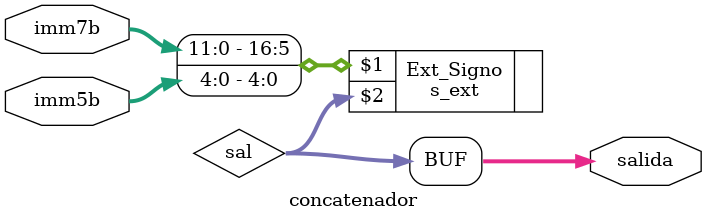
<source format=v>
`timescale 1ns / 1ps


module concatenador(
    input [11:0]imm7b,
    input [4:0]imm5b,
    output [31:0]salida
    );

wire [31:0]sal;
s_ext Ext_Signo({imm7b, imm5b},sal);
assign salida = sal;

endmodule

</source>
